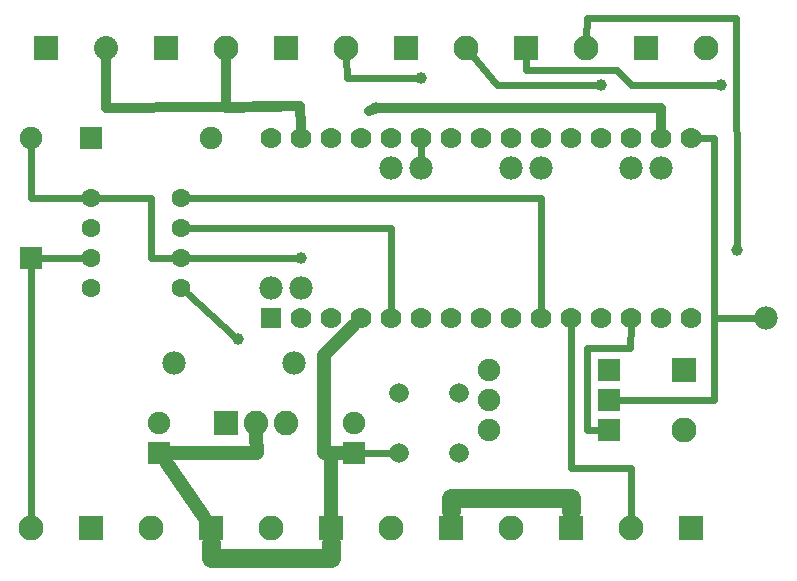
<source format=gbl>
G04 MADE WITH FRITZING*
G04 WWW.FRITZING.ORG*
G04 DOUBLE SIDED*
G04 HOLES PLATED*
G04 CONTOUR ON CENTER OF CONTOUR VECTOR*
%ASAXBY*%
%FSLAX23Y23*%
%MOIN*%
%OFA0B0*%
%SFA1.0B1.0*%
%ADD10C,0.039370*%
%ADD11C,0.078000*%
%ADD12C,0.065418*%
%ADD13C,0.070000*%
%ADD14C,0.063000*%
%ADD15C,0.075000*%
%ADD16C,0.083307*%
%ADD17C,0.080000*%
%ADD18C,0.082000*%
%ADD19R,0.070000X0.069972*%
%ADD20R,0.075000X0.075000*%
%ADD21R,0.083307X0.083307*%
%ADD22R,0.080000X0.080000*%
%ADD23R,0.082000X0.082000*%
%ADD24C,0.024000*%
%ADD25C,0.048000*%
%ADD26C,0.064000*%
%ADD27C,0.032000*%
%LNCOPPER0*%
G90*
G70*
G54D10*
X2506Y1924D03*
X2557Y1376D03*
X2106Y1924D03*
X894Y1077D03*
G54D11*
X1106Y1250D03*
X1006Y1250D03*
X1506Y1650D03*
X1406Y1650D03*
X1906Y1650D03*
X1806Y1650D03*
X2306Y1650D03*
X2206Y1650D03*
X2656Y1150D03*
G54D12*
X1631Y900D03*
X1631Y700D03*
X1431Y900D03*
X1431Y700D03*
G54D13*
X1006Y1150D03*
X1106Y1150D03*
X1206Y1150D03*
X1306Y1150D03*
X1406Y1150D03*
X1506Y1150D03*
X1606Y1150D03*
X1706Y1150D03*
X1806Y1150D03*
X1906Y1150D03*
X2006Y1150D03*
X2106Y1150D03*
X2206Y1150D03*
X2306Y1150D03*
X2406Y1150D03*
X1006Y1750D03*
X1106Y1750D03*
X1206Y1750D03*
X1306Y1750D03*
X1406Y1750D03*
X1506Y1750D03*
X1606Y1750D03*
X1706Y1750D03*
X1806Y1750D03*
X1906Y1750D03*
X2006Y1750D03*
X2106Y1750D03*
X2206Y1750D03*
X2306Y1750D03*
X2406Y1750D03*
G54D14*
X706Y1250D03*
X706Y1350D03*
X706Y1450D03*
X706Y1550D03*
X406Y1550D03*
X406Y1450D03*
X406Y1350D03*
X406Y1250D03*
G54D15*
X206Y1350D03*
X206Y1750D03*
X406Y1750D03*
X806Y1750D03*
G54D16*
X1606Y450D03*
X1406Y450D03*
X1206Y450D03*
X1006Y450D03*
X406Y450D03*
X206Y450D03*
X656Y2050D03*
X856Y2050D03*
X2256Y2050D03*
X2456Y2050D03*
X1856Y2050D03*
X2056Y2050D03*
G54D17*
X256Y2050D03*
X456Y2050D03*
G54D16*
X1456Y2050D03*
X1656Y2050D03*
X1056Y2050D03*
X1256Y2050D03*
X806Y450D03*
X606Y450D03*
X2381Y975D03*
X2381Y775D03*
X2406Y450D03*
X2206Y450D03*
X2006Y450D03*
X1806Y450D03*
G54D18*
X856Y800D03*
X956Y800D03*
X1056Y800D03*
G54D15*
X1281Y700D03*
X1281Y800D03*
X631Y700D03*
X631Y800D03*
G54D10*
X1106Y1350D03*
G54D15*
X2131Y775D03*
X1731Y775D03*
X2131Y975D03*
X1731Y975D03*
X2131Y875D03*
X1731Y875D03*
G54D10*
X1354Y1850D03*
X1506Y1950D03*
G54D11*
X1081Y1000D03*
X681Y1000D03*
G54D19*
X1006Y1150D03*
G54D20*
X206Y1350D03*
X406Y1750D03*
G54D21*
X1606Y450D03*
X1206Y450D03*
X406Y450D03*
X656Y2050D03*
X2256Y2050D03*
X1856Y2050D03*
G54D22*
X256Y2050D03*
G54D21*
X1456Y2050D03*
X1056Y2050D03*
X806Y450D03*
X2381Y975D03*
X2406Y450D03*
X2006Y450D03*
G54D23*
X856Y800D03*
G54D20*
X1281Y700D03*
X631Y700D03*
X2131Y775D03*
X2131Y975D03*
X2131Y875D03*
G54D24*
X733Y1450D02*
X1406Y1450D01*
D02*
X1406Y1450D02*
X1406Y1179D01*
D02*
X2206Y1924D02*
X2487Y1924D01*
D02*
X2157Y1976D02*
X2206Y1924D01*
D02*
X1854Y1976D02*
X2157Y1976D01*
D02*
X1855Y2018D02*
X1854Y1976D01*
D02*
X2554Y2150D02*
X2557Y1395D01*
D02*
X2057Y2150D02*
X2554Y2150D01*
D02*
X2056Y2083D02*
X2057Y2150D01*
D02*
X1397Y700D02*
X1309Y700D01*
D02*
X2480Y1750D02*
X2480Y1150D01*
D02*
X2480Y1150D02*
X2625Y1150D01*
D02*
X2435Y1750D02*
X2480Y1750D01*
G54D25*
D02*
X1206Y699D02*
X1241Y700D01*
D02*
X1206Y493D02*
X1206Y699D01*
D02*
X1181Y1026D02*
X1277Y1122D01*
D02*
X1181Y699D02*
X1181Y1026D01*
D02*
X1241Y700D02*
X1181Y699D01*
G54D24*
D02*
X880Y1090D02*
X726Y1232D01*
D02*
X2006Y1121D02*
X2006Y950D01*
D02*
X2006Y950D02*
X2006Y650D01*
D02*
X2006Y650D02*
X2206Y650D01*
D02*
X2206Y650D02*
X2206Y481D01*
D02*
X1506Y1721D02*
X1506Y1680D01*
G54D25*
D02*
X957Y699D02*
X670Y700D01*
D02*
X956Y757D02*
X957Y699D01*
D02*
X781Y485D02*
X653Y668D01*
G54D26*
D02*
X1206Y350D02*
X806Y350D01*
D02*
X806Y350D02*
X806Y397D01*
D02*
X1206Y397D02*
X1206Y350D01*
D02*
X1606Y505D02*
X1606Y550D01*
D02*
X2006Y550D02*
X2006Y504D01*
D02*
X1606Y550D02*
X2006Y550D01*
G54D24*
D02*
X378Y1350D02*
X234Y1350D01*
D02*
X206Y483D02*
X206Y1322D01*
D02*
X1906Y1179D02*
X1906Y1550D01*
D02*
X1906Y1550D02*
X733Y1550D01*
D02*
X678Y1350D02*
X606Y1350D01*
D02*
X606Y1550D02*
X433Y1550D01*
D02*
X606Y1350D02*
X606Y1550D01*
D02*
X1087Y1350D02*
X733Y1350D01*
D02*
X206Y1550D02*
X378Y1550D01*
D02*
X206Y1722D02*
X206Y1550D01*
G54D27*
D02*
X456Y1850D02*
X456Y2012D01*
D02*
X1100Y1856D02*
X456Y1850D01*
D02*
X1104Y1785D02*
X1100Y1856D01*
D02*
X1100Y1856D02*
X856Y1850D01*
D02*
X856Y1850D02*
X856Y2014D01*
D02*
X1354Y1850D02*
X2306Y1850D01*
D02*
X2306Y1850D02*
X2306Y1785D01*
D02*
X1332Y1839D02*
X1354Y1850D01*
G54D24*
D02*
X2087Y1924D02*
X1757Y1924D01*
D02*
X1757Y1924D02*
X1676Y2025D01*
D02*
X1257Y1950D02*
X1256Y2018D01*
D02*
X1487Y1950D02*
X1257Y1950D01*
D02*
X2057Y776D02*
X2057Y1050D01*
D02*
X2057Y1050D02*
X2202Y1050D01*
D02*
X2202Y1050D02*
X2204Y1121D01*
D02*
X2102Y776D02*
X2057Y776D01*
D02*
X2480Y1750D02*
X2435Y1750D01*
D02*
X2480Y876D02*
X2480Y1750D01*
D02*
X2159Y875D02*
X2480Y876D01*
G04 End of Copper0*
M02*
</source>
